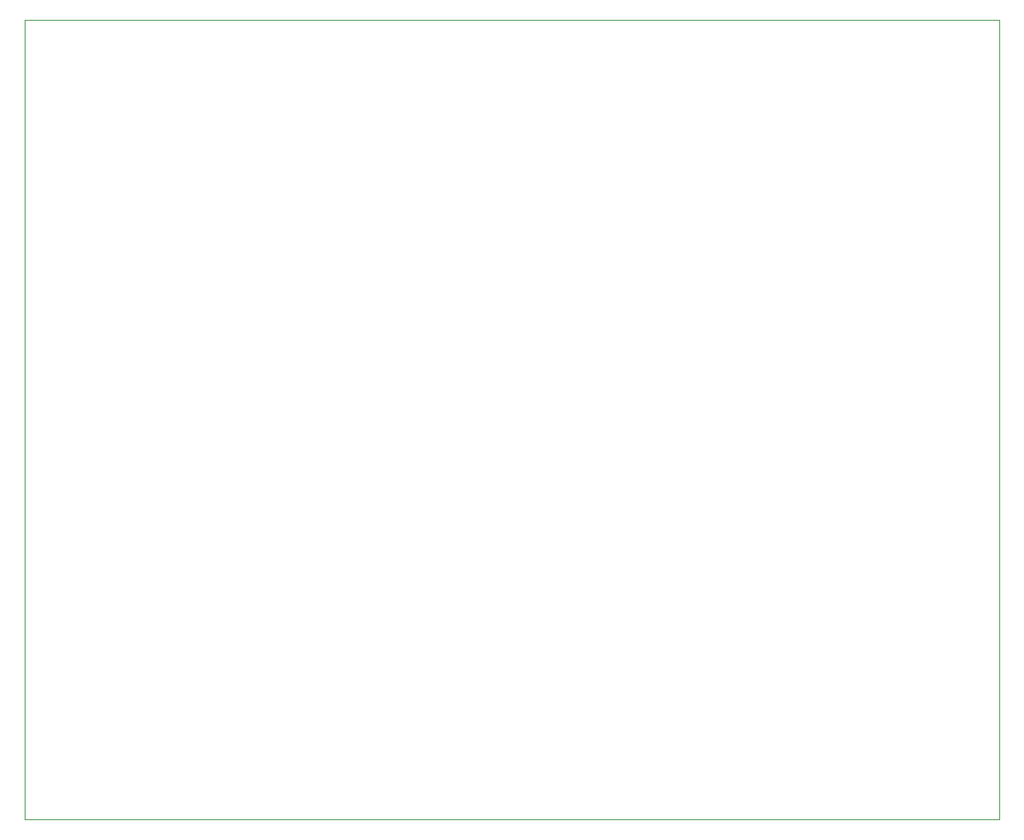
<source format=gm1>
G04 #@! TF.FileFunction,Profile,NP*
%FSLAX46Y46*%
G04 Gerber Fmt 4.6, Leading zero omitted, Abs format (unit mm)*
G04 Created by KiCad (PCBNEW 4.0.5+dfsg1-4) date Wed Feb  8 16:57:30 2017*
%MOMM*%
%LPD*%
G01*
G04 APERTURE LIST*
%ADD10C,0.100000*%
G04 APERTURE END LIST*
D10*
X195231000Y-145801000D02*
X91731000Y-145801000D01*
X195231000Y-60801000D02*
X195231000Y-145801000D01*
X91731000Y-60801000D02*
X195231000Y-60801000D01*
X91731000Y-145801000D02*
X91731000Y-60801000D01*
M02*

</source>
